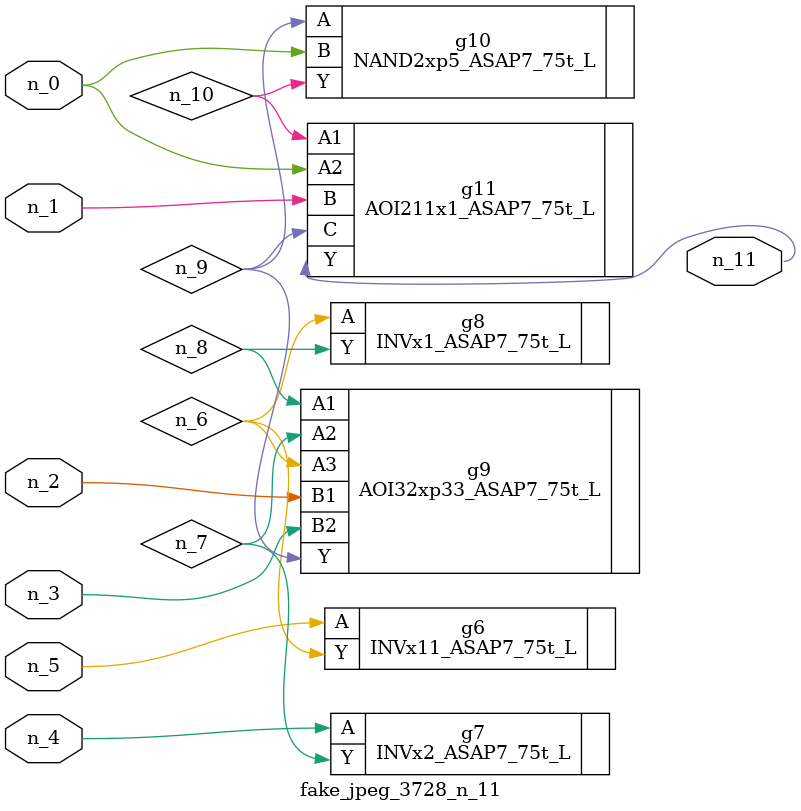
<source format=v>
module fake_jpeg_3728_n_11 (n_3, n_2, n_1, n_0, n_4, n_5, n_11);

input n_3;
input n_2;
input n_1;
input n_0;
input n_4;
input n_5;

output n_11;

wire n_10;
wire n_8;
wire n_9;
wire n_6;
wire n_7;

INVx11_ASAP7_75t_L g6 ( 
.A(n_5),
.Y(n_6)
);

INVx2_ASAP7_75t_L g7 ( 
.A(n_4),
.Y(n_7)
);

INVx1_ASAP7_75t_L g8 ( 
.A(n_6),
.Y(n_8)
);

AOI32xp33_ASAP7_75t_L g9 ( 
.A1(n_8),
.A2(n_7),
.A3(n_6),
.B1(n_2),
.B2(n_3),
.Y(n_9)
);

NAND2xp5_ASAP7_75t_L g10 ( 
.A(n_9),
.B(n_0),
.Y(n_10)
);

AOI211x1_ASAP7_75t_L g11 ( 
.A1(n_10),
.A2(n_0),
.B(n_1),
.C(n_9),
.Y(n_11)
);


endmodule
</source>
